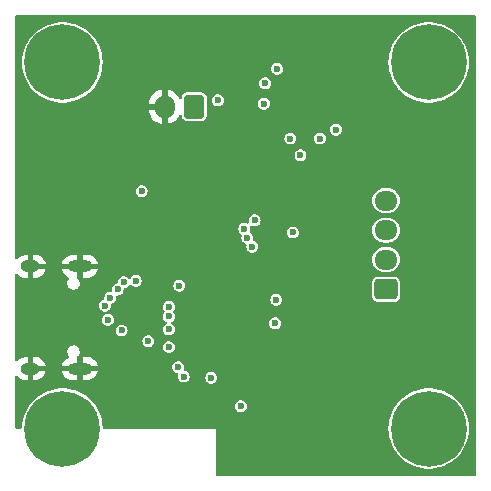
<source format=gbr>
%TF.GenerationSoftware,KiCad,Pcbnew,7.0.10*%
%TF.CreationDate,2024-02-04T10:39:00+08:00*%
%TF.ProjectId,42stepmotor,34327374-6570-46d6-9f74-6f722e6b6963,rev?*%
%TF.SameCoordinates,Original*%
%TF.FileFunction,Copper,L2,Inr*%
%TF.FilePolarity,Positive*%
%FSLAX46Y46*%
G04 Gerber Fmt 4.6, Leading zero omitted, Abs format (unit mm)*
G04 Created by KiCad (PCBNEW 7.0.10) date 2024-02-04 10:39:00*
%MOMM*%
%LPD*%
G01*
G04 APERTURE LIST*
G04 Aperture macros list*
%AMRoundRect*
0 Rectangle with rounded corners*
0 $1 Rounding radius*
0 $2 $3 $4 $5 $6 $7 $8 $9 X,Y pos of 4 corners*
0 Add a 4 corners polygon primitive as box body*
4,1,4,$2,$3,$4,$5,$6,$7,$8,$9,$2,$3,0*
0 Add four circle primitives for the rounded corners*
1,1,$1+$1,$2,$3*
1,1,$1+$1,$4,$5*
1,1,$1+$1,$6,$7*
1,1,$1+$1,$8,$9*
0 Add four rect primitives between the rounded corners*
20,1,$1+$1,$2,$3,$4,$5,0*
20,1,$1+$1,$4,$5,$6,$7,0*
20,1,$1+$1,$6,$7,$8,$9,0*
20,1,$1+$1,$8,$9,$2,$3,0*%
G04 Aperture macros list end*
%TA.AperFunction,ComponentPad*%
%ADD10RoundRect,0.250000X0.725000X-0.600000X0.725000X0.600000X-0.725000X0.600000X-0.725000X-0.600000X0*%
%TD*%
%TA.AperFunction,ComponentPad*%
%ADD11O,1.950000X1.700000*%
%TD*%
%TA.AperFunction,ComponentPad*%
%ADD12O,1.700000X2.000000*%
%TD*%
%TA.AperFunction,ComponentPad*%
%ADD13RoundRect,0.250000X0.600000X0.750000X-0.600000X0.750000X-0.600000X-0.750000X0.600000X-0.750000X0*%
%TD*%
%TA.AperFunction,ComponentPad*%
%ADD14O,2.100000X1.000000*%
%TD*%
%TA.AperFunction,ComponentPad*%
%ADD15O,1.600000X1.000000*%
%TD*%
%TA.AperFunction,ComponentPad*%
%ADD16C,0.800000*%
%TD*%
%TA.AperFunction,ComponentPad*%
%ADD17C,6.400000*%
%TD*%
%TA.AperFunction,ViaPad*%
%ADD18C,0.600000*%
%TD*%
G04 APERTURE END LIST*
D10*
%TO.N,OA1*%
%TO.C,E2*%
X127400000Y-108200000D03*
D11*
%TO.N,OA2*%
X127400000Y-105700000D03*
%TO.N,OB2*%
X127400000Y-103200000D03*
%TO.N,OB1*%
X127400000Y-100700000D03*
%TD*%
D12*
%TO.N,GND*%
%TO.C,J1*%
X108650000Y-92750000D03*
D13*
%TO.N,4.5V-30V*%
X111150000Y-92750000D03*
%TD*%
D14*
%TO.N,GND*%
%TO.C,J2*%
X101470000Y-106280000D03*
D15*
X97290000Y-106280000D03*
D14*
X101470000Y-114920000D03*
D15*
X97290000Y-114920000D03*
%TD*%
D16*
%TO.N,N/C*%
%TO.C,H3*%
X128600000Y-89000000D03*
X129302944Y-87302944D03*
X129302944Y-90697056D03*
X131000000Y-86600000D03*
D17*
X131000000Y-89000000D03*
D16*
X131000000Y-91400000D03*
X132697056Y-87302944D03*
X132697056Y-90697056D03*
X133400000Y-89000000D03*
%TD*%
%TO.N,N/C*%
%TO.C,H2*%
X97600000Y-120000000D03*
X98302944Y-118302944D03*
X98302944Y-121697056D03*
X100000000Y-117600000D03*
D17*
X100000000Y-120000000D03*
D16*
X100000000Y-122400000D03*
X101697056Y-118302944D03*
X101697056Y-121697056D03*
X102400000Y-120000000D03*
%TD*%
%TO.N,N/C*%
%TO.C,H4*%
X97600000Y-89000000D03*
X98302944Y-87302944D03*
X98302944Y-90697056D03*
X100000000Y-86600000D03*
D17*
X100000000Y-89000000D03*
D16*
X100000000Y-91400000D03*
X101697056Y-87302944D03*
X101697056Y-90697056D03*
X102400000Y-89000000D03*
%TD*%
%TO.N,N/C*%
%TO.C,H1*%
X128600000Y-120000000D03*
X129302944Y-118302944D03*
X129302944Y-121697056D03*
X131000000Y-117600000D03*
D17*
X131000000Y-120000000D03*
D16*
X131000000Y-122400000D03*
X132697056Y-118302944D03*
X132697056Y-121697056D03*
X133400000Y-120000000D03*
%TD*%
D18*
%TO.N,GND*%
X110040000Y-119020000D03*
X110060000Y-117120000D03*
%TO.N,TMC_RX*%
X113150000Y-92210000D03*
X118175000Y-89555000D03*
%TO.N,OB2*%
X123150760Y-94700000D03*
%TO.N,4.5V-30V*%
X121800000Y-95450000D03*
X119300000Y-95450000D03*
%TO.N,OA1*%
X120150379Y-96850379D03*
%TO.N,TMC_STEP*%
X117150000Y-90775000D03*
%TO.N,TMC_DIR*%
X117048510Y-92498510D03*
%TO.N,GND*%
X108079508Y-107940981D03*
X124250760Y-92625760D03*
%TO.N,3.3V*%
X116275000Y-102375000D03*
%TO.N,GND*%
X114500000Y-102300000D03*
%TO.N,SPI_MOSI*%
X115400000Y-103100000D03*
%TO.N,SPI_MISO*%
X115650000Y-103859291D03*
%TO.N,SPI_CLK*%
X116075000Y-104600000D03*
%TO.N,SPI_CS*%
X119500000Y-103400000D03*
%TO.N,GND*%
X105200000Y-114400000D03*
X112170000Y-117300000D03*
X103700000Y-113800000D03*
X116100000Y-117400000D03*
X98325000Y-97225000D03*
X112700000Y-111200000D03*
X115500000Y-111200000D03*
X97700000Y-93200000D03*
X97400000Y-103400000D03*
X114100000Y-111200000D03*
X115000000Y-122000000D03*
X101400000Y-93200000D03*
X111300000Y-111200000D03*
X106800000Y-109900000D03*
X106100000Y-109900000D03*
X104500000Y-105300000D03*
X112200000Y-118600000D03*
X105800000Y-97900000D03*
%TO.N,3.3V*%
X106700000Y-99900000D03*
X110259999Y-115600000D03*
X118000000Y-111100000D03*
X105000000Y-111700000D03*
X112600000Y-115700000D03*
X109000000Y-113100000D03*
X109900000Y-107900000D03*
X109000000Y-111600000D03*
X106200000Y-107500000D03*
X104043627Y-108934654D03*
%TO.N,D-*%
X103850000Y-110800000D03*
X103599422Y-109600000D03*
%TO.N,RX*%
X105180921Y-107612624D03*
X109000000Y-109699997D03*
%TO.N,TX*%
X109000000Y-110500000D03*
X104670971Y-108229029D03*
%TO.N,OP*%
X118100000Y-109100000D03*
X107275000Y-112600000D03*
%TO.N,EN*%
X109800000Y-114800000D03*
X115100000Y-118100000D03*
%TD*%
%TA.AperFunction,Conductor*%
%TO.N,GND*%
G36*
X134942539Y-85020185D02*
G01*
X134988294Y-85072989D01*
X134999500Y-85124500D01*
X134999500Y-123875500D01*
X134979815Y-123942539D01*
X134927011Y-123988294D01*
X134875500Y-123999500D01*
X113124000Y-123999500D01*
X113056961Y-123979815D01*
X113011206Y-123927011D01*
X113000000Y-123875500D01*
X113000000Y-120000000D01*
X127594506Y-120000000D01*
X127614469Y-120368196D01*
X127614470Y-120368213D01*
X127674122Y-120732068D01*
X127674128Y-120732094D01*
X127772768Y-121087365D01*
X127772770Y-121087371D01*
X127909255Y-121429926D01*
X127909261Y-121429938D01*
X128081973Y-121755708D01*
X128081976Y-121755713D01*
X128081978Y-121755716D01*
X128288910Y-122060917D01*
X128527627Y-122341956D01*
X128795330Y-122595538D01*
X129088881Y-122818690D01*
X129404838Y-123008795D01*
X129404840Y-123008796D01*
X129404842Y-123008797D01*
X129404846Y-123008799D01*
X129739486Y-123163620D01*
X129739497Y-123163625D01*
X130088934Y-123281364D01*
X130449052Y-123360632D01*
X130815630Y-123400500D01*
X130815636Y-123400500D01*
X131184364Y-123400500D01*
X131184370Y-123400500D01*
X131550948Y-123360632D01*
X131911066Y-123281364D01*
X132260503Y-123163625D01*
X132595162Y-123008795D01*
X132911119Y-122818690D01*
X133204670Y-122595538D01*
X133472373Y-122341956D01*
X133711090Y-122060917D01*
X133918022Y-121755716D01*
X134090743Y-121429930D01*
X134227227Y-121087379D01*
X134325875Y-120732081D01*
X134385531Y-120368199D01*
X134405494Y-120000000D01*
X134385531Y-119631801D01*
X134325875Y-119267919D01*
X134227227Y-118912621D01*
X134090743Y-118570070D01*
X133918022Y-118244284D01*
X133711090Y-117939083D01*
X133472373Y-117658044D01*
X133204670Y-117404462D01*
X132911119Y-117181310D01*
X132595162Y-116991205D01*
X132595161Y-116991204D01*
X132595157Y-116991202D01*
X132595153Y-116991200D01*
X132260513Y-116836379D01*
X132260508Y-116836377D01*
X132260503Y-116836375D01*
X132090172Y-116778983D01*
X131911065Y-116718635D01*
X131550946Y-116639367D01*
X131184371Y-116599500D01*
X131184370Y-116599500D01*
X130815630Y-116599500D01*
X130815628Y-116599500D01*
X130449053Y-116639367D01*
X130088934Y-116718635D01*
X129818812Y-116809650D01*
X129739497Y-116836375D01*
X129739494Y-116836376D01*
X129739486Y-116836379D01*
X129404846Y-116991200D01*
X129404842Y-116991202D01*
X129169538Y-117132779D01*
X129088881Y-117181310D01*
X128988410Y-117257685D01*
X128795330Y-117404461D01*
X128795330Y-117404462D01*
X128527626Y-117658044D01*
X128288909Y-117939083D01*
X128081979Y-118244282D01*
X128081973Y-118244291D01*
X127909261Y-118570061D01*
X127909255Y-118570073D01*
X127772770Y-118912628D01*
X127772768Y-118912634D01*
X127674128Y-119267905D01*
X127674122Y-119267931D01*
X127614470Y-119631786D01*
X127614469Y-119631803D01*
X127594506Y-119999997D01*
X127594506Y-120000000D01*
X113000000Y-120000000D01*
X103522953Y-120000000D01*
X103455914Y-119980315D01*
X103410159Y-119927511D01*
X103399135Y-119882713D01*
X103398410Y-119869360D01*
X103385531Y-119631801D01*
X103325875Y-119267919D01*
X103227227Y-118912621D01*
X103090743Y-118570070D01*
X102918022Y-118244284D01*
X102820195Y-118100000D01*
X114594353Y-118100000D01*
X114614834Y-118242456D01*
X114674622Y-118373371D01*
X114674623Y-118373373D01*
X114768872Y-118482143D01*
X114889947Y-118559953D01*
X114889950Y-118559954D01*
X114889949Y-118559954D01*
X115028036Y-118600499D01*
X115028038Y-118600500D01*
X115028039Y-118600500D01*
X115171962Y-118600500D01*
X115171962Y-118600499D01*
X115310053Y-118559953D01*
X115431128Y-118482143D01*
X115525377Y-118373373D01*
X115585165Y-118242457D01*
X115605647Y-118100000D01*
X115585165Y-117957543D01*
X115525377Y-117826627D01*
X115431128Y-117717857D01*
X115310053Y-117640047D01*
X115310051Y-117640046D01*
X115310049Y-117640045D01*
X115310050Y-117640045D01*
X115171963Y-117599500D01*
X115171961Y-117599500D01*
X115028039Y-117599500D01*
X115028036Y-117599500D01*
X114889949Y-117640045D01*
X114768873Y-117717856D01*
X114674623Y-117826626D01*
X114674622Y-117826628D01*
X114614834Y-117957543D01*
X114594353Y-118100000D01*
X102820195Y-118100000D01*
X102711090Y-117939083D01*
X102472373Y-117658044D01*
X102204670Y-117404462D01*
X101911119Y-117181310D01*
X101595162Y-116991205D01*
X101595161Y-116991204D01*
X101595157Y-116991202D01*
X101595153Y-116991200D01*
X101260513Y-116836379D01*
X101260508Y-116836377D01*
X101260503Y-116836375D01*
X101090172Y-116778983D01*
X100911065Y-116718635D01*
X100550946Y-116639367D01*
X100184371Y-116599500D01*
X100184370Y-116599500D01*
X99815630Y-116599500D01*
X99815628Y-116599500D01*
X99449053Y-116639367D01*
X99088934Y-116718635D01*
X98818812Y-116809650D01*
X98739497Y-116836375D01*
X98739494Y-116836376D01*
X98739486Y-116836379D01*
X98404846Y-116991200D01*
X98404842Y-116991202D01*
X98169538Y-117132779D01*
X98088881Y-117181310D01*
X97988410Y-117257685D01*
X97795330Y-117404461D01*
X97795330Y-117404462D01*
X97527626Y-117658044D01*
X97288909Y-117939083D01*
X97081979Y-118244282D01*
X97081973Y-118244291D01*
X96909261Y-118570061D01*
X96909255Y-118570073D01*
X96772770Y-118912628D01*
X96772768Y-118912634D01*
X96674128Y-119267905D01*
X96674122Y-119267931D01*
X96614470Y-119631786D01*
X96614469Y-119631803D01*
X96600865Y-119882713D01*
X96577580Y-119948589D01*
X96522376Y-119991418D01*
X96477047Y-120000000D01*
X96124500Y-120000000D01*
X96057461Y-119980315D01*
X96011706Y-119927511D01*
X96000500Y-119876000D01*
X96000500Y-115640923D01*
X96020185Y-115573884D01*
X96072989Y-115528129D01*
X96142147Y-115518185D01*
X96205703Y-115547210D01*
X96214374Y-115555491D01*
X96335264Y-115682668D01*
X96335266Y-115682669D01*
X96502195Y-115798856D01*
X96689092Y-115879059D01*
X96888310Y-115920000D01*
X97040000Y-115920000D01*
X97040000Y-115220000D01*
X97540000Y-115220000D01*
X97540000Y-115920000D01*
X97640713Y-115920000D01*
X97792338Y-115904581D01*
X97986381Y-115843700D01*
X97986391Y-115843695D01*
X98164215Y-115744994D01*
X98164216Y-115744994D01*
X98318530Y-115612521D01*
X98318531Y-115612520D01*
X98443018Y-115451695D01*
X98532588Y-115269093D01*
X98558246Y-115170000D01*
X99946634Y-115170000D01*
X99946931Y-115171946D01*
X99946933Y-115171952D01*
X100017562Y-115362657D01*
X100017565Y-115362664D01*
X100125149Y-115535267D01*
X100265264Y-115682668D01*
X100265266Y-115682669D01*
X100432195Y-115798856D01*
X100619092Y-115879059D01*
X100818310Y-115920000D01*
X101220000Y-115920000D01*
X101220000Y-115220000D01*
X101720000Y-115220000D01*
X101720000Y-115920000D01*
X102070713Y-115920000D01*
X102222338Y-115904581D01*
X102416381Y-115843700D01*
X102416391Y-115843695D01*
X102594215Y-115744994D01*
X102594216Y-115744994D01*
X102748530Y-115612521D01*
X102748531Y-115612520D01*
X102873018Y-115451695D01*
X102962588Y-115269093D01*
X102988246Y-115170000D01*
X102186111Y-115170000D01*
X102225610Y-115145543D01*
X102293201Y-115056038D01*
X102323895Y-114948160D01*
X102313546Y-114836479D01*
X102295382Y-114800000D01*
X109294353Y-114800000D01*
X109314834Y-114942456D01*
X109318720Y-114950964D01*
X109374623Y-115073373D01*
X109468872Y-115182143D01*
X109589947Y-115259953D01*
X109589950Y-115259954D01*
X109589948Y-115259954D01*
X109695232Y-115290867D01*
X109754010Y-115328640D01*
X109783036Y-115392196D01*
X109774967Y-115448341D01*
X109777332Y-115449036D01*
X109774833Y-115457542D01*
X109754352Y-115600000D01*
X109774833Y-115742456D01*
X109834621Y-115873371D01*
X109834622Y-115873373D01*
X109928871Y-115982143D01*
X110049946Y-116059953D01*
X110049949Y-116059954D01*
X110049948Y-116059954D01*
X110188035Y-116100499D01*
X110188037Y-116100500D01*
X110188038Y-116100500D01*
X110331961Y-116100500D01*
X110331961Y-116100499D01*
X110470052Y-116059953D01*
X110591127Y-115982143D01*
X110685376Y-115873373D01*
X110745164Y-115742457D01*
X110751268Y-115700000D01*
X112094353Y-115700000D01*
X112114834Y-115842456D01*
X112143206Y-115904581D01*
X112174623Y-115973373D01*
X112268872Y-116082143D01*
X112389947Y-116159953D01*
X112389950Y-116159954D01*
X112389949Y-116159954D01*
X112528036Y-116200499D01*
X112528038Y-116200500D01*
X112528039Y-116200500D01*
X112671962Y-116200500D01*
X112671962Y-116200499D01*
X112810053Y-116159953D01*
X112931128Y-116082143D01*
X113025377Y-115973373D01*
X113085165Y-115842457D01*
X113105647Y-115700000D01*
X113085165Y-115557543D01*
X113025377Y-115426627D01*
X112931128Y-115317857D01*
X112810053Y-115240047D01*
X112810051Y-115240046D01*
X112810049Y-115240045D01*
X112810050Y-115240045D01*
X112671963Y-115199500D01*
X112671961Y-115199500D01*
X112528039Y-115199500D01*
X112528036Y-115199500D01*
X112389949Y-115240045D01*
X112268873Y-115317856D01*
X112174623Y-115426626D01*
X112174622Y-115426628D01*
X112114834Y-115557543D01*
X112094353Y-115700000D01*
X110751268Y-115700000D01*
X110765646Y-115600000D01*
X110745164Y-115457543D01*
X110685376Y-115326627D01*
X110591127Y-115217857D01*
X110470052Y-115140047D01*
X110470050Y-115140046D01*
X110470048Y-115140045D01*
X110470049Y-115140045D01*
X110364766Y-115109132D01*
X110305987Y-115071358D01*
X110276962Y-115007803D01*
X110285033Y-114951659D01*
X110282667Y-114950964D01*
X110285165Y-114942457D01*
X110285165Y-114942456D01*
X110305647Y-114800000D01*
X110285165Y-114657543D01*
X110225377Y-114526627D01*
X110131128Y-114417857D01*
X110010053Y-114340047D01*
X110010051Y-114340046D01*
X110010049Y-114340045D01*
X110010050Y-114340045D01*
X109871963Y-114299500D01*
X109871961Y-114299500D01*
X109728039Y-114299500D01*
X109728036Y-114299500D01*
X109589949Y-114340045D01*
X109468873Y-114417856D01*
X109374623Y-114526626D01*
X109374622Y-114526628D01*
X109314834Y-114657543D01*
X109294353Y-114800000D01*
X102295382Y-114800000D01*
X102263552Y-114736078D01*
X102191069Y-114670000D01*
X102993366Y-114670000D01*
X102993068Y-114668053D01*
X102993066Y-114668047D01*
X102922437Y-114477342D01*
X102922434Y-114477335D01*
X102814850Y-114304732D01*
X102674735Y-114157331D01*
X102674733Y-114157330D01*
X102507804Y-114041143D01*
X102320907Y-113960940D01*
X102121690Y-113920000D01*
X101720000Y-113920000D01*
X101720000Y-114620000D01*
X101220000Y-114620000D01*
X101220000Y-113998617D01*
X101239685Y-113931578D01*
X101265741Y-113902432D01*
X101327665Y-113852054D01*
X101410971Y-113734037D01*
X101434570Y-113667634D01*
X101459345Y-113597925D01*
X101459345Y-113597923D01*
X101459346Y-113597921D01*
X101469204Y-113453801D01*
X101439814Y-113312366D01*
X101373354Y-113184105D01*
X101373351Y-113184102D01*
X101373350Y-113184100D01*
X101274754Y-113078530D01*
X101151330Y-113003475D01*
X101151329Y-113003474D01*
X101151328Y-113003474D01*
X101012228Y-112964500D01*
X100904051Y-112964500D01*
X100904050Y-112964500D01*
X100796889Y-112979229D01*
X100664389Y-113036781D01*
X100664389Y-113036782D01*
X100552338Y-113127943D01*
X100552333Y-113127948D01*
X100469028Y-113245963D01*
X100420654Y-113382074D01*
X100420654Y-113382077D01*
X100420654Y-113382079D01*
X100410796Y-113526199D01*
X100426236Y-113600500D01*
X100440186Y-113667634D01*
X100440187Y-113667636D01*
X100506645Y-113795893D01*
X100506649Y-113795899D01*
X100527353Y-113818067D01*
X100558725Y-113880497D01*
X100551365Y-113949978D01*
X100507609Y-114004450D01*
X100496908Y-114011122D01*
X100345792Y-114094999D01*
X100345783Y-114095005D01*
X100191469Y-114227478D01*
X100191468Y-114227479D01*
X100066981Y-114388304D01*
X99977411Y-114570906D01*
X99951754Y-114670000D01*
X100753889Y-114670000D01*
X100714390Y-114694457D01*
X100646799Y-114783962D01*
X100616105Y-114891840D01*
X100626454Y-115003521D01*
X100676448Y-115103922D01*
X100748931Y-115170000D01*
X99946634Y-115170000D01*
X98558246Y-115170000D01*
X97756111Y-115170000D01*
X97795610Y-115145543D01*
X97863201Y-115056038D01*
X97893895Y-114948160D01*
X97883546Y-114836479D01*
X97833552Y-114736078D01*
X97761069Y-114670000D01*
X98563366Y-114670000D01*
X98563068Y-114668053D01*
X98563066Y-114668047D01*
X98492437Y-114477342D01*
X98492434Y-114477335D01*
X98384850Y-114304732D01*
X98244735Y-114157331D01*
X98244733Y-114157330D01*
X98077804Y-114041143D01*
X97890907Y-113960940D01*
X97691690Y-113920000D01*
X97540000Y-113920000D01*
X97540000Y-114620000D01*
X97040000Y-114620000D01*
X97040000Y-113920000D01*
X96939287Y-113920000D01*
X96787661Y-113935418D01*
X96593618Y-113996299D01*
X96593608Y-113996304D01*
X96415784Y-114095005D01*
X96415783Y-114095005D01*
X96261471Y-114227477D01*
X96222556Y-114277751D01*
X96165954Y-114318715D01*
X96096191Y-114322574D01*
X96035416Y-114288105D01*
X96002924Y-114226249D01*
X96000500Y-114201849D01*
X96000500Y-112600000D01*
X106769353Y-112600000D01*
X106789834Y-112742456D01*
X106828275Y-112826628D01*
X106849623Y-112873373D01*
X106943872Y-112982143D01*
X107064947Y-113059953D01*
X107064950Y-113059954D01*
X107064949Y-113059954D01*
X107172107Y-113091417D01*
X107201336Y-113100000D01*
X107203036Y-113100499D01*
X107203038Y-113100500D01*
X107203039Y-113100500D01*
X107346962Y-113100500D01*
X107346962Y-113100499D01*
X107348661Y-113100000D01*
X108494353Y-113100000D01*
X108514834Y-113242456D01*
X108574622Y-113373371D01*
X108574623Y-113373373D01*
X108668872Y-113482143D01*
X108789947Y-113559953D01*
X108789950Y-113559954D01*
X108789949Y-113559954D01*
X108897107Y-113591417D01*
X108919269Y-113597925D01*
X108928036Y-113600499D01*
X108928038Y-113600500D01*
X108928039Y-113600500D01*
X109071962Y-113600500D01*
X109071962Y-113600499D01*
X109210053Y-113559953D01*
X109331128Y-113482143D01*
X109425377Y-113373373D01*
X109485165Y-113242457D01*
X109505647Y-113100000D01*
X109485165Y-112957543D01*
X109425377Y-112826627D01*
X109331128Y-112717857D01*
X109210053Y-112640047D01*
X109210051Y-112640046D01*
X109210049Y-112640045D01*
X109210050Y-112640045D01*
X109071963Y-112599500D01*
X109071961Y-112599500D01*
X108928039Y-112599500D01*
X108928036Y-112599500D01*
X108789949Y-112640045D01*
X108668873Y-112717856D01*
X108574623Y-112826626D01*
X108574622Y-112826628D01*
X108514834Y-112957543D01*
X108494353Y-113100000D01*
X107348661Y-113100000D01*
X107485053Y-113059953D01*
X107606128Y-112982143D01*
X107700377Y-112873373D01*
X107760165Y-112742457D01*
X107780647Y-112600000D01*
X107760165Y-112457543D01*
X107700377Y-112326627D01*
X107606128Y-112217857D01*
X107485053Y-112140047D01*
X107485051Y-112140046D01*
X107485049Y-112140045D01*
X107485050Y-112140045D01*
X107346963Y-112099500D01*
X107346961Y-112099500D01*
X107203039Y-112099500D01*
X107203036Y-112099500D01*
X107064949Y-112140045D01*
X106943873Y-112217856D01*
X106849623Y-112326626D01*
X106849622Y-112326628D01*
X106789834Y-112457543D01*
X106769353Y-112600000D01*
X96000500Y-112600000D01*
X96000500Y-111700000D01*
X104494353Y-111700000D01*
X104514834Y-111842456D01*
X104528953Y-111873371D01*
X104574623Y-111973373D01*
X104668872Y-112082143D01*
X104789947Y-112159953D01*
X104789950Y-112159954D01*
X104789949Y-112159954D01*
X104928036Y-112200499D01*
X104928038Y-112200500D01*
X104928039Y-112200500D01*
X105071962Y-112200500D01*
X105071962Y-112200499D01*
X105210053Y-112159953D01*
X105331128Y-112082143D01*
X105425377Y-111973373D01*
X105485165Y-111842457D01*
X105505647Y-111700000D01*
X105491269Y-111600000D01*
X108494353Y-111600000D01*
X108514834Y-111742456D01*
X108560504Y-111842457D01*
X108574623Y-111873373D01*
X108668872Y-111982143D01*
X108789947Y-112059953D01*
X108789950Y-112059954D01*
X108789949Y-112059954D01*
X108865520Y-112082143D01*
X108924633Y-112099500D01*
X108928036Y-112100499D01*
X108928038Y-112100500D01*
X108928039Y-112100500D01*
X109071962Y-112100500D01*
X109071962Y-112100499D01*
X109210053Y-112059953D01*
X109331128Y-111982143D01*
X109425377Y-111873373D01*
X109485165Y-111742457D01*
X109505647Y-111600000D01*
X109485165Y-111457543D01*
X109425377Y-111326627D01*
X109331128Y-111217857D01*
X109232253Y-111154314D01*
X109186500Y-111101512D01*
X109186283Y-111100000D01*
X117494353Y-111100000D01*
X117514834Y-111242456D01*
X117553275Y-111326628D01*
X117574623Y-111373373D01*
X117668872Y-111482143D01*
X117789947Y-111559953D01*
X117789950Y-111559954D01*
X117789949Y-111559954D01*
X117897107Y-111591417D01*
X117926336Y-111600000D01*
X117928036Y-111600499D01*
X117928038Y-111600500D01*
X117928039Y-111600500D01*
X118071962Y-111600500D01*
X118071962Y-111600499D01*
X118210053Y-111559953D01*
X118331128Y-111482143D01*
X118425377Y-111373373D01*
X118485165Y-111242457D01*
X118505647Y-111100000D01*
X118485165Y-110957543D01*
X118425377Y-110826627D01*
X118331128Y-110717857D01*
X118210053Y-110640047D01*
X118210051Y-110640046D01*
X118210049Y-110640045D01*
X118210050Y-110640045D01*
X118071963Y-110599500D01*
X118071961Y-110599500D01*
X117928039Y-110599500D01*
X117928036Y-110599500D01*
X117789949Y-110640045D01*
X117668873Y-110717856D01*
X117574623Y-110826626D01*
X117574622Y-110826628D01*
X117514834Y-110957543D01*
X117494353Y-111100000D01*
X109186283Y-111100000D01*
X109176556Y-111032354D01*
X109205581Y-110968798D01*
X109232254Y-110945685D01*
X109331128Y-110882143D01*
X109425377Y-110773373D01*
X109485165Y-110642457D01*
X109505647Y-110500000D01*
X109485165Y-110357543D01*
X109425377Y-110226627D01*
X109386014Y-110181199D01*
X109356990Y-110117645D01*
X109366934Y-110048486D01*
X109386012Y-110018799D01*
X109425377Y-109973370D01*
X109485165Y-109842454D01*
X109505647Y-109699997D01*
X109485165Y-109557540D01*
X109425377Y-109426624D01*
X109331128Y-109317854D01*
X109210053Y-109240044D01*
X109210051Y-109240043D01*
X109210049Y-109240042D01*
X109210050Y-109240042D01*
X109071963Y-109199497D01*
X109071961Y-109199497D01*
X108928039Y-109199497D01*
X108928036Y-109199497D01*
X108789949Y-109240042D01*
X108668873Y-109317853D01*
X108574623Y-109426623D01*
X108574622Y-109426625D01*
X108514834Y-109557540D01*
X108494353Y-109699997D01*
X108514834Y-109842453D01*
X108574622Y-109973368D01*
X108574623Y-109973370D01*
X108613984Y-110018795D01*
X108643009Y-110082351D01*
X108633065Y-110151510D01*
X108613985Y-110181200D01*
X108574623Y-110226627D01*
X108574622Y-110226628D01*
X108514834Y-110357543D01*
X108494353Y-110500000D01*
X108514834Y-110642456D01*
X108549269Y-110717856D01*
X108574623Y-110773373D01*
X108668872Y-110882143D01*
X108668874Y-110882144D01*
X108668876Y-110882146D01*
X108767744Y-110945685D01*
X108813499Y-110998488D01*
X108823443Y-111067647D01*
X108794418Y-111131203D01*
X108767744Y-111154315D01*
X108668876Y-111217853D01*
X108668874Y-111217855D01*
X108574623Y-111326626D01*
X108574622Y-111326628D01*
X108514834Y-111457543D01*
X108494353Y-111600000D01*
X105491269Y-111600000D01*
X105485165Y-111557543D01*
X105425377Y-111426627D01*
X105331128Y-111317857D01*
X105210053Y-111240047D01*
X105210051Y-111240046D01*
X105210049Y-111240045D01*
X105210050Y-111240045D01*
X105071963Y-111199500D01*
X105071961Y-111199500D01*
X104928039Y-111199500D01*
X104928036Y-111199500D01*
X104789949Y-111240045D01*
X104668873Y-111317856D01*
X104574623Y-111426626D01*
X104574622Y-111426628D01*
X104514834Y-111557543D01*
X104494353Y-111700000D01*
X96000500Y-111700000D01*
X96000500Y-109600000D01*
X103093775Y-109600000D01*
X103114256Y-109742456D01*
X103174044Y-109873371D01*
X103174045Y-109873373D01*
X103268294Y-109982143D01*
X103389369Y-110059953D01*
X103389372Y-110059954D01*
X103389371Y-110059954D01*
X103465650Y-110082351D01*
X103525751Y-110099998D01*
X103527458Y-110100499D01*
X103527460Y-110100500D01*
X103594462Y-110100500D01*
X103661501Y-110120185D01*
X103707256Y-110172989D01*
X103717200Y-110242147D01*
X103688175Y-110305703D01*
X103645977Y-110337293D01*
X103639948Y-110340046D01*
X103518873Y-110417856D01*
X103424623Y-110526626D01*
X103424622Y-110526628D01*
X103364834Y-110657543D01*
X103344353Y-110800000D01*
X103364834Y-110942456D01*
X103405890Y-111032354D01*
X103424623Y-111073373D01*
X103518872Y-111182143D01*
X103639947Y-111259953D01*
X103639950Y-111259954D01*
X103639949Y-111259954D01*
X103778036Y-111300499D01*
X103778038Y-111300500D01*
X103778039Y-111300500D01*
X103921962Y-111300500D01*
X103921962Y-111300499D01*
X104060053Y-111259953D01*
X104181128Y-111182143D01*
X104275377Y-111073373D01*
X104335165Y-110942457D01*
X104355647Y-110800000D01*
X104335165Y-110657543D01*
X104275377Y-110526627D01*
X104181128Y-110417857D01*
X104060053Y-110340047D01*
X104060051Y-110340046D01*
X104060049Y-110340045D01*
X104060050Y-110340045D01*
X103921963Y-110299500D01*
X103921961Y-110299500D01*
X103854960Y-110299500D01*
X103787921Y-110279815D01*
X103742166Y-110227011D01*
X103732222Y-110157853D01*
X103761247Y-110094297D01*
X103803445Y-110062707D01*
X103809469Y-110059954D01*
X103809475Y-110059953D01*
X103930550Y-109982143D01*
X104024799Y-109873373D01*
X104084587Y-109742457D01*
X104105069Y-109600000D01*
X104098045Y-109551147D01*
X104107989Y-109481990D01*
X104153743Y-109429186D01*
X104185849Y-109414524D01*
X104253677Y-109394608D01*
X104253677Y-109394607D01*
X104253680Y-109394607D01*
X104374755Y-109316797D01*
X104469004Y-109208027D01*
X104518339Y-109100000D01*
X117594353Y-109100000D01*
X117614834Y-109242456D01*
X117653275Y-109326628D01*
X117674623Y-109373373D01*
X117768872Y-109482143D01*
X117889947Y-109559953D01*
X117889950Y-109559954D01*
X117889949Y-109559954D01*
X117997107Y-109591417D01*
X118026336Y-109600000D01*
X118028036Y-109600499D01*
X118028038Y-109600500D01*
X118028039Y-109600500D01*
X118171962Y-109600500D01*
X118171962Y-109600499D01*
X118310053Y-109559953D01*
X118431128Y-109482143D01*
X118525377Y-109373373D01*
X118585165Y-109242457D01*
X118605647Y-109100000D01*
X118585165Y-108957543D01*
X118538001Y-108854269D01*
X126224500Y-108854269D01*
X126227353Y-108884699D01*
X126227353Y-108884701D01*
X126261928Y-108983507D01*
X126272207Y-109012882D01*
X126352850Y-109122150D01*
X126462118Y-109202793D01*
X126504845Y-109217744D01*
X126590299Y-109247646D01*
X126620730Y-109250500D01*
X126620734Y-109250500D01*
X128179270Y-109250500D01*
X128209699Y-109247646D01*
X128209701Y-109247646D01*
X128294834Y-109217856D01*
X128337882Y-109202793D01*
X128447150Y-109122150D01*
X128527793Y-109012882D01*
X128550219Y-108948790D01*
X128572646Y-108884701D01*
X128572646Y-108884699D01*
X128575500Y-108854269D01*
X128575500Y-107545730D01*
X128572646Y-107515300D01*
X128572646Y-107515298D01*
X128533735Y-107404100D01*
X128527793Y-107387118D01*
X128447150Y-107277850D01*
X128337882Y-107197207D01*
X128337880Y-107197206D01*
X128209700Y-107152353D01*
X128179270Y-107149500D01*
X128179266Y-107149500D01*
X126620734Y-107149500D01*
X126620730Y-107149500D01*
X126590300Y-107152353D01*
X126590298Y-107152353D01*
X126462119Y-107197206D01*
X126462117Y-107197207D01*
X126352850Y-107277850D01*
X126272207Y-107387117D01*
X126272206Y-107387119D01*
X126227353Y-107515298D01*
X126227353Y-107515300D01*
X126224500Y-107545730D01*
X126224500Y-108854269D01*
X118538001Y-108854269D01*
X118525377Y-108826627D01*
X118431128Y-108717857D01*
X118310053Y-108640047D01*
X118310051Y-108640046D01*
X118310049Y-108640045D01*
X118310050Y-108640045D01*
X118171963Y-108599500D01*
X118171961Y-108599500D01*
X118028039Y-108599500D01*
X118028036Y-108599500D01*
X117889949Y-108640045D01*
X117768873Y-108717856D01*
X117674623Y-108826626D01*
X117674622Y-108826628D01*
X117614834Y-108957543D01*
X117594353Y-109100000D01*
X104518339Y-109100000D01*
X104528792Y-109077111D01*
X104549274Y-108934654D01*
X104540147Y-108871174D01*
X104550091Y-108802018D01*
X104595845Y-108749214D01*
X104662885Y-108729529D01*
X104742933Y-108729529D01*
X104742933Y-108729528D01*
X104881024Y-108688982D01*
X105002099Y-108611172D01*
X105096348Y-108502402D01*
X105156136Y-108371486D01*
X105176618Y-108229029D01*
X105176618Y-108229028D01*
X105176618Y-108228342D01*
X105176811Y-108227683D01*
X105177880Y-108220251D01*
X105178948Y-108220404D01*
X105196303Y-108161303D01*
X105249107Y-108115548D01*
X105265684Y-108109365D01*
X105390971Y-108072578D01*
X105390971Y-108072577D01*
X105390974Y-108072577D01*
X105512049Y-107994767D01*
X105606298Y-107885997D01*
X105617922Y-107860543D01*
X105663675Y-107807740D01*
X105730714Y-107788055D01*
X105797754Y-107807739D01*
X105824426Y-107830850D01*
X105868872Y-107882143D01*
X105989947Y-107959953D01*
X105989950Y-107959954D01*
X105989949Y-107959954D01*
X106128036Y-108000499D01*
X106128038Y-108000500D01*
X106128039Y-108000500D01*
X106271962Y-108000500D01*
X106271962Y-108000499D01*
X106410053Y-107959953D01*
X106503342Y-107900000D01*
X109394353Y-107900000D01*
X109414834Y-108042456D01*
X109445391Y-108109365D01*
X109474623Y-108173373D01*
X109568872Y-108282143D01*
X109689947Y-108359953D01*
X109689950Y-108359954D01*
X109689949Y-108359954D01*
X109828036Y-108400499D01*
X109828038Y-108400500D01*
X109828039Y-108400500D01*
X109971962Y-108400500D01*
X109971962Y-108400499D01*
X110079121Y-108369035D01*
X110110050Y-108359954D01*
X110110050Y-108359953D01*
X110110053Y-108359953D01*
X110231128Y-108282143D01*
X110325377Y-108173373D01*
X110385165Y-108042457D01*
X110405647Y-107900000D01*
X110385165Y-107757543D01*
X110325377Y-107626627D01*
X110231128Y-107517857D01*
X110110053Y-107440047D01*
X110110051Y-107440046D01*
X110110049Y-107440045D01*
X110110050Y-107440045D01*
X109971963Y-107399500D01*
X109971961Y-107399500D01*
X109828039Y-107399500D01*
X109828036Y-107399500D01*
X109689949Y-107440045D01*
X109568873Y-107517856D01*
X109474623Y-107626626D01*
X109474622Y-107626628D01*
X109414834Y-107757543D01*
X109394353Y-107900000D01*
X106503342Y-107900000D01*
X106531128Y-107882143D01*
X106625377Y-107773373D01*
X106685165Y-107642457D01*
X106705647Y-107500000D01*
X106685165Y-107357543D01*
X106625377Y-107226627D01*
X106531128Y-107117857D01*
X106410053Y-107040047D01*
X106410051Y-107040046D01*
X106410049Y-107040045D01*
X106410050Y-107040045D01*
X106271963Y-106999500D01*
X106271961Y-106999500D01*
X106128039Y-106999500D01*
X106128036Y-106999500D01*
X105989949Y-107040045D01*
X105868873Y-107117856D01*
X105774623Y-107226626D01*
X105774621Y-107226630D01*
X105762997Y-107252082D01*
X105717241Y-107304885D01*
X105650201Y-107324568D01*
X105583162Y-107304882D01*
X105556491Y-107281770D01*
X105512050Y-107230482D01*
X105512049Y-107230481D01*
X105390974Y-107152671D01*
X105390972Y-107152670D01*
X105390970Y-107152669D01*
X105390971Y-107152669D01*
X105252884Y-107112124D01*
X105252882Y-107112124D01*
X105108960Y-107112124D01*
X105108957Y-107112124D01*
X104970870Y-107152669D01*
X104849794Y-107230480D01*
X104755544Y-107339250D01*
X104755543Y-107339252D01*
X104695755Y-107470167D01*
X104675274Y-107612624D01*
X104675274Y-107613310D01*
X104675080Y-107613967D01*
X104674012Y-107621402D01*
X104672943Y-107621248D01*
X104655589Y-107680349D01*
X104602785Y-107726104D01*
X104586209Y-107732287D01*
X104460919Y-107769074D01*
X104339844Y-107846885D01*
X104245594Y-107955655D01*
X104245593Y-107955657D01*
X104185805Y-108086572D01*
X104165423Y-108228342D01*
X104165324Y-108229029D01*
X104166254Y-108235500D01*
X104174451Y-108292507D01*
X104164507Y-108361665D01*
X104118753Y-108414469D01*
X104051713Y-108434154D01*
X103971663Y-108434154D01*
X103833576Y-108474699D01*
X103712500Y-108552510D01*
X103618250Y-108661280D01*
X103618249Y-108661282D01*
X103558461Y-108792197D01*
X103537980Y-108934654D01*
X103537980Y-108934656D01*
X103545003Y-108983507D01*
X103535059Y-109052665D01*
X103489303Y-109105468D01*
X103457201Y-109120129D01*
X103389370Y-109140046D01*
X103268295Y-109217856D01*
X103174045Y-109326626D01*
X103174044Y-109326628D01*
X103114256Y-109457543D01*
X103093775Y-109600000D01*
X96000500Y-109600000D01*
X96000500Y-107000923D01*
X96020185Y-106933884D01*
X96072989Y-106888129D01*
X96142147Y-106878185D01*
X96205703Y-106907210D01*
X96214374Y-106915491D01*
X96335264Y-107042668D01*
X96335266Y-107042669D01*
X96502195Y-107158856D01*
X96689092Y-107239059D01*
X96888310Y-107280000D01*
X97040000Y-107280000D01*
X97040000Y-106580000D01*
X97540000Y-106580000D01*
X97540000Y-107280000D01*
X97640713Y-107280000D01*
X97792338Y-107264581D01*
X97986381Y-107203700D01*
X97986391Y-107203695D01*
X98164215Y-107104994D01*
X98164216Y-107104994D01*
X98318530Y-106972521D01*
X98318531Y-106972520D01*
X98443018Y-106811695D01*
X98532588Y-106629093D01*
X98558246Y-106530000D01*
X99946634Y-106530000D01*
X99946931Y-106531946D01*
X99946933Y-106531952D01*
X100017562Y-106722657D01*
X100017565Y-106722664D01*
X100125149Y-106895267D01*
X100265264Y-107042668D01*
X100265266Y-107042669D01*
X100432196Y-107158857D01*
X100486148Y-107182009D01*
X100539992Y-107226535D01*
X100561216Y-107293103D01*
X100543081Y-107360579D01*
X100538553Y-107367468D01*
X100469029Y-107465960D01*
X100469029Y-107465961D01*
X100420654Y-107602074D01*
X100420654Y-107602077D01*
X100411748Y-107732287D01*
X100410796Y-107746199D01*
X100431719Y-107846886D01*
X100440186Y-107887634D01*
X100440187Y-107887636D01*
X100506645Y-108015893D01*
X100506649Y-108015899D01*
X100593941Y-108109365D01*
X100605245Y-108121469D01*
X100728672Y-108196526D01*
X100867772Y-108235500D01*
X100867773Y-108235500D01*
X100975950Y-108235500D01*
X100987502Y-108233911D01*
X101083111Y-108220771D01*
X101215609Y-108163219D01*
X101327665Y-108072054D01*
X101410971Y-107954037D01*
X101449052Y-107846886D01*
X101459345Y-107817925D01*
X101459345Y-107817923D01*
X101459346Y-107817921D01*
X101469204Y-107673801D01*
X101439814Y-107532366D01*
X101373354Y-107404105D01*
X101373351Y-107404102D01*
X101373350Y-107404100D01*
X101274754Y-107298530D01*
X101268174Y-107293177D01*
X101269990Y-107290944D01*
X101232515Y-107249799D01*
X101220000Y-107195512D01*
X101220000Y-106580000D01*
X101720000Y-106580000D01*
X101720000Y-107280000D01*
X102070713Y-107280000D01*
X102222338Y-107264581D01*
X102416381Y-107203700D01*
X102416391Y-107203695D01*
X102594215Y-107104994D01*
X102594216Y-107104994D01*
X102748530Y-106972521D01*
X102748531Y-106972520D01*
X102873018Y-106811695D01*
X102962588Y-106629093D01*
X102988246Y-106530000D01*
X102186111Y-106530000D01*
X102225610Y-106505543D01*
X102293201Y-106416038D01*
X102323895Y-106308160D01*
X102313546Y-106196479D01*
X102263552Y-106096078D01*
X102191069Y-106030000D01*
X102993366Y-106030000D01*
X102993068Y-106028053D01*
X102993066Y-106028047D01*
X102922437Y-105837342D01*
X102922434Y-105837335D01*
X102836833Y-105700000D01*
X126219417Y-105700000D01*
X126239699Y-105905932D01*
X126269734Y-106004944D01*
X126299768Y-106103954D01*
X126397315Y-106286450D01*
X126397317Y-106286452D01*
X126528589Y-106446410D01*
X126600644Y-106505543D01*
X126688550Y-106577685D01*
X126871046Y-106675232D01*
X127069066Y-106735300D01*
X127069065Y-106735300D01*
X127107647Y-106739100D01*
X127223392Y-106750500D01*
X127223395Y-106750500D01*
X127576605Y-106750500D01*
X127576608Y-106750500D01*
X127730934Y-106735300D01*
X127928954Y-106675232D01*
X128111450Y-106577685D01*
X128271410Y-106446410D01*
X128402685Y-106286450D01*
X128500232Y-106103954D01*
X128560300Y-105905934D01*
X128580583Y-105700000D01*
X128560300Y-105494066D01*
X128500232Y-105296046D01*
X128402685Y-105113550D01*
X128294843Y-104982143D01*
X128271410Y-104953589D01*
X128111452Y-104822317D01*
X128111453Y-104822317D01*
X128111450Y-104822315D01*
X127928954Y-104724768D01*
X127730934Y-104664700D01*
X127730932Y-104664699D01*
X127730934Y-104664699D01*
X127611805Y-104652966D01*
X127576608Y-104649500D01*
X127223392Y-104649500D01*
X127185298Y-104653251D01*
X127069067Y-104664699D01*
X126871043Y-104724769D01*
X126837954Y-104742456D01*
X126688550Y-104822315D01*
X126688548Y-104822316D01*
X126688547Y-104822317D01*
X126528589Y-104953589D01*
X126397317Y-105113547D01*
X126299769Y-105296043D01*
X126239699Y-105494067D01*
X126219417Y-105700000D01*
X102836833Y-105700000D01*
X102814850Y-105664732D01*
X102674735Y-105517331D01*
X102674733Y-105517330D01*
X102507804Y-105401143D01*
X102320907Y-105320940D01*
X102121690Y-105280000D01*
X101720000Y-105280000D01*
X101720000Y-105980000D01*
X101220000Y-105980000D01*
X101220000Y-105280000D01*
X100869287Y-105280000D01*
X100717661Y-105295418D01*
X100523618Y-105356299D01*
X100523608Y-105356304D01*
X100345784Y-105455005D01*
X100345783Y-105455005D01*
X100191469Y-105587478D01*
X100191468Y-105587479D01*
X100066981Y-105748304D01*
X99977411Y-105930906D01*
X99951754Y-106030000D01*
X100753889Y-106030000D01*
X100714390Y-106054457D01*
X100646799Y-106143962D01*
X100616105Y-106251840D01*
X100626454Y-106363521D01*
X100676448Y-106463922D01*
X100748931Y-106530000D01*
X99946634Y-106530000D01*
X98558246Y-106530000D01*
X97756111Y-106530000D01*
X97795610Y-106505543D01*
X97863201Y-106416038D01*
X97893895Y-106308160D01*
X97883546Y-106196479D01*
X97833552Y-106096078D01*
X97761069Y-106030000D01*
X98563366Y-106030000D01*
X98563068Y-106028053D01*
X98563066Y-106028047D01*
X98492437Y-105837342D01*
X98492434Y-105837335D01*
X98384850Y-105664732D01*
X98244735Y-105517331D01*
X98244733Y-105517330D01*
X98077804Y-105401143D01*
X97890907Y-105320940D01*
X97691690Y-105280000D01*
X97540000Y-105280000D01*
X97540000Y-105980000D01*
X97040000Y-105980000D01*
X97040000Y-105280000D01*
X96939287Y-105280000D01*
X96787661Y-105295418D01*
X96593618Y-105356299D01*
X96593608Y-105356304D01*
X96415784Y-105455005D01*
X96415783Y-105455005D01*
X96261471Y-105587477D01*
X96222556Y-105637751D01*
X96165954Y-105678715D01*
X96096191Y-105682574D01*
X96035416Y-105648105D01*
X96002924Y-105586249D01*
X96000500Y-105561849D01*
X96000500Y-103100000D01*
X114894353Y-103100000D01*
X114914834Y-103242456D01*
X114946753Y-103312347D01*
X114974623Y-103373373D01*
X115068872Y-103482143D01*
X115068874Y-103482144D01*
X115068876Y-103482146D01*
X115135531Y-103524983D01*
X115181286Y-103577787D01*
X115191230Y-103646945D01*
X115181287Y-103680808D01*
X115164834Y-103716834D01*
X115144353Y-103859291D01*
X115164834Y-104001747D01*
X115202724Y-104084713D01*
X115224623Y-104132664D01*
X115318872Y-104241434D01*
X115439947Y-104319244D01*
X115439950Y-104319245D01*
X115439948Y-104319245D01*
X115499747Y-104336803D01*
X115558525Y-104374576D01*
X115587551Y-104438132D01*
X115587551Y-104473427D01*
X115569353Y-104599999D01*
X115589834Y-104742456D01*
X115626305Y-104822315D01*
X115649623Y-104873373D01*
X115743872Y-104982143D01*
X115864947Y-105059953D01*
X115864950Y-105059954D01*
X115864949Y-105059954D01*
X116003036Y-105100499D01*
X116003038Y-105100500D01*
X116003039Y-105100500D01*
X116146962Y-105100500D01*
X116146962Y-105100499D01*
X116285053Y-105059953D01*
X116406128Y-104982143D01*
X116500377Y-104873373D01*
X116560165Y-104742457D01*
X116580647Y-104600000D01*
X116560165Y-104457543D01*
X116500377Y-104326627D01*
X116406128Y-104217857D01*
X116285053Y-104140047D01*
X116285050Y-104140045D01*
X116225251Y-104122487D01*
X116166473Y-104084713D01*
X116137448Y-104021157D01*
X116137448Y-103985869D01*
X116155647Y-103859291D01*
X116135165Y-103716834D01*
X116075377Y-103585918D01*
X115981128Y-103477148D01*
X115914466Y-103434307D01*
X115884739Y-103400000D01*
X118994353Y-103400000D01*
X119014834Y-103542456D01*
X119074622Y-103673371D01*
X119074623Y-103673373D01*
X119168872Y-103782143D01*
X119289947Y-103859953D01*
X119289950Y-103859954D01*
X119289949Y-103859954D01*
X119428036Y-103900499D01*
X119428038Y-103900500D01*
X119428039Y-103900500D01*
X119571962Y-103900500D01*
X119571962Y-103900499D01*
X119710053Y-103859953D01*
X119831128Y-103782143D01*
X119925377Y-103673373D01*
X119985165Y-103542457D01*
X120005647Y-103400000D01*
X119985165Y-103257543D01*
X119958886Y-103200000D01*
X126219417Y-103200000D01*
X126239699Y-103405932D01*
X126239700Y-103405934D01*
X126299768Y-103603954D01*
X126397315Y-103786450D01*
X126397317Y-103786452D01*
X126528589Y-103946410D01*
X126596020Y-104001748D01*
X126688550Y-104077685D01*
X126871046Y-104175232D01*
X127069066Y-104235300D01*
X127069065Y-104235300D01*
X127107647Y-104239100D01*
X127223392Y-104250500D01*
X127223395Y-104250500D01*
X127576605Y-104250500D01*
X127576608Y-104250500D01*
X127730934Y-104235300D01*
X127928954Y-104175232D01*
X128111450Y-104077685D01*
X128271410Y-103946410D01*
X128402685Y-103786450D01*
X128500232Y-103603954D01*
X128560300Y-103405934D01*
X128580583Y-103200000D01*
X128560300Y-102994066D01*
X128500232Y-102796046D01*
X128402685Y-102613550D01*
X128319147Y-102511758D01*
X128271410Y-102453589D01*
X128111452Y-102322317D01*
X128111453Y-102322317D01*
X128111450Y-102322315D01*
X127928954Y-102224768D01*
X127730934Y-102164700D01*
X127730932Y-102164699D01*
X127730934Y-102164699D01*
X127611805Y-102152966D01*
X127576608Y-102149500D01*
X127223392Y-102149500D01*
X127185298Y-102153251D01*
X127069067Y-102164699D01*
X126871043Y-102224769D01*
X126760898Y-102283643D01*
X126688550Y-102322315D01*
X126688548Y-102322316D01*
X126688547Y-102322317D01*
X126528589Y-102453589D01*
X126408845Y-102599500D01*
X126397315Y-102613550D01*
X126358643Y-102685898D01*
X126299769Y-102796043D01*
X126239699Y-102994067D01*
X126219417Y-103200000D01*
X119958886Y-103200000D01*
X119925377Y-103126627D01*
X119831128Y-103017857D01*
X119710053Y-102940047D01*
X119710051Y-102940046D01*
X119710049Y-102940045D01*
X119710050Y-102940045D01*
X119571963Y-102899500D01*
X119571961Y-102899500D01*
X119428039Y-102899500D01*
X119428036Y-102899500D01*
X119289949Y-102940045D01*
X119168873Y-103017856D01*
X119074623Y-103126626D01*
X119074622Y-103126628D01*
X119014834Y-103257543D01*
X118994353Y-103400000D01*
X115884739Y-103400000D01*
X115868713Y-103381505D01*
X115858769Y-103312347D01*
X115868713Y-103278481D01*
X115885165Y-103242456D01*
X115891269Y-103200000D01*
X115905647Y-103100000D01*
X115885984Y-102963240D01*
X115895928Y-102894084D01*
X115941682Y-102841280D01*
X116008722Y-102821595D01*
X116060234Y-102832801D01*
X116064949Y-102834954D01*
X116203036Y-102875499D01*
X116203038Y-102875500D01*
X116203039Y-102875500D01*
X116346962Y-102875500D01*
X116346962Y-102875499D01*
X116485053Y-102834953D01*
X116606128Y-102757143D01*
X116700377Y-102648373D01*
X116760165Y-102517457D01*
X116780647Y-102375000D01*
X116760165Y-102232543D01*
X116700377Y-102101627D01*
X116606128Y-101992857D01*
X116485053Y-101915047D01*
X116485051Y-101915046D01*
X116485049Y-101915045D01*
X116485050Y-101915045D01*
X116346963Y-101874500D01*
X116346961Y-101874500D01*
X116203039Y-101874500D01*
X116203036Y-101874500D01*
X116064949Y-101915045D01*
X115943873Y-101992856D01*
X115849623Y-102101626D01*
X115849622Y-102101628D01*
X115789834Y-102232543D01*
X115769353Y-102375000D01*
X115789015Y-102511758D01*
X115779071Y-102580916D01*
X115733316Y-102633720D01*
X115666276Y-102653404D01*
X115614769Y-102642200D01*
X115610052Y-102640045D01*
X115471963Y-102599500D01*
X115471961Y-102599500D01*
X115328039Y-102599500D01*
X115328036Y-102599500D01*
X115189949Y-102640045D01*
X115068873Y-102717856D01*
X114974623Y-102826626D01*
X114974622Y-102826628D01*
X114914834Y-102957543D01*
X114894353Y-103100000D01*
X96000500Y-103100000D01*
X96000500Y-100700000D01*
X126219417Y-100700000D01*
X126239699Y-100905932D01*
X126239700Y-100905934D01*
X126299768Y-101103954D01*
X126397315Y-101286450D01*
X126397317Y-101286452D01*
X126528589Y-101446410D01*
X126625209Y-101525702D01*
X126688550Y-101577685D01*
X126871046Y-101675232D01*
X127069066Y-101735300D01*
X127069065Y-101735300D01*
X127107647Y-101739100D01*
X127223392Y-101750500D01*
X127223395Y-101750500D01*
X127576605Y-101750500D01*
X127576608Y-101750500D01*
X127730934Y-101735300D01*
X127928954Y-101675232D01*
X128111450Y-101577685D01*
X128271410Y-101446410D01*
X128402685Y-101286450D01*
X128500232Y-101103954D01*
X128560300Y-100905934D01*
X128580583Y-100700000D01*
X128560300Y-100494066D01*
X128500232Y-100296046D01*
X128402685Y-100113550D01*
X128344340Y-100042456D01*
X128271410Y-99953589D01*
X128111452Y-99822317D01*
X128111453Y-99822317D01*
X128111450Y-99822315D01*
X127928954Y-99724768D01*
X127730934Y-99664700D01*
X127730932Y-99664699D01*
X127730934Y-99664699D01*
X127611805Y-99652966D01*
X127576608Y-99649500D01*
X127223392Y-99649500D01*
X127185298Y-99653251D01*
X127069067Y-99664699D01*
X126871043Y-99724769D01*
X126760898Y-99783643D01*
X126688550Y-99822315D01*
X126688548Y-99822316D01*
X126688547Y-99822317D01*
X126528589Y-99953589D01*
X126397317Y-100113547D01*
X126299769Y-100296043D01*
X126239699Y-100494067D01*
X126219417Y-100700000D01*
X96000500Y-100700000D01*
X96000500Y-99900000D01*
X106194353Y-99900000D01*
X106214834Y-100042456D01*
X106247301Y-100113547D01*
X106274623Y-100173373D01*
X106368872Y-100282143D01*
X106489947Y-100359953D01*
X106489950Y-100359954D01*
X106489949Y-100359954D01*
X106628036Y-100400499D01*
X106628038Y-100400500D01*
X106628039Y-100400500D01*
X106771962Y-100400500D01*
X106771962Y-100400499D01*
X106910053Y-100359953D01*
X107031128Y-100282143D01*
X107125377Y-100173373D01*
X107185165Y-100042457D01*
X107205647Y-99900000D01*
X107185165Y-99757543D01*
X107125377Y-99626627D01*
X107031128Y-99517857D01*
X106910053Y-99440047D01*
X106910051Y-99440046D01*
X106910049Y-99440045D01*
X106910050Y-99440045D01*
X106771963Y-99399500D01*
X106771961Y-99399500D01*
X106628039Y-99399500D01*
X106628036Y-99399500D01*
X106489949Y-99440045D01*
X106368873Y-99517856D01*
X106274623Y-99626626D01*
X106274622Y-99626628D01*
X106214834Y-99757543D01*
X106194353Y-99900000D01*
X96000500Y-99900000D01*
X96000500Y-96850379D01*
X119644732Y-96850379D01*
X119665213Y-96992835D01*
X119725001Y-97123750D01*
X119725002Y-97123752D01*
X119819251Y-97232522D01*
X119940326Y-97310332D01*
X119940329Y-97310333D01*
X119940328Y-97310333D01*
X120078415Y-97350878D01*
X120078417Y-97350879D01*
X120078418Y-97350879D01*
X120222341Y-97350879D01*
X120222341Y-97350878D01*
X120360432Y-97310332D01*
X120481507Y-97232522D01*
X120575756Y-97123752D01*
X120635544Y-96992836D01*
X120656026Y-96850379D01*
X120635544Y-96707922D01*
X120575756Y-96577006D01*
X120481507Y-96468236D01*
X120360432Y-96390426D01*
X120360430Y-96390425D01*
X120360428Y-96390424D01*
X120360429Y-96390424D01*
X120222342Y-96349879D01*
X120222340Y-96349879D01*
X120078418Y-96349879D01*
X120078415Y-96349879D01*
X119940328Y-96390424D01*
X119819252Y-96468235D01*
X119725002Y-96577005D01*
X119725001Y-96577007D01*
X119665213Y-96707922D01*
X119644732Y-96850379D01*
X96000500Y-96850379D01*
X96000500Y-95450000D01*
X118794353Y-95450000D01*
X118814834Y-95592456D01*
X118874622Y-95723371D01*
X118874623Y-95723373D01*
X118968872Y-95832143D01*
X119089947Y-95909953D01*
X119089950Y-95909954D01*
X119089949Y-95909954D01*
X119228036Y-95950499D01*
X119228038Y-95950500D01*
X119228039Y-95950500D01*
X119371962Y-95950500D01*
X119371962Y-95950499D01*
X119510053Y-95909953D01*
X119631128Y-95832143D01*
X119725377Y-95723373D01*
X119785165Y-95592457D01*
X119805647Y-95450000D01*
X121294353Y-95450000D01*
X121314834Y-95592456D01*
X121374622Y-95723371D01*
X121374623Y-95723373D01*
X121468872Y-95832143D01*
X121589947Y-95909953D01*
X121589950Y-95909954D01*
X121589949Y-95909954D01*
X121728036Y-95950499D01*
X121728038Y-95950500D01*
X121728039Y-95950500D01*
X121871962Y-95950500D01*
X121871962Y-95950499D01*
X122010053Y-95909953D01*
X122131128Y-95832143D01*
X122225377Y-95723373D01*
X122285165Y-95592457D01*
X122305647Y-95450000D01*
X122285165Y-95307543D01*
X122225377Y-95176627D01*
X122131128Y-95067857D01*
X122010053Y-94990047D01*
X122010051Y-94990046D01*
X122010049Y-94990045D01*
X122010050Y-94990045D01*
X121871963Y-94949500D01*
X121871961Y-94949500D01*
X121728039Y-94949500D01*
X121728036Y-94949500D01*
X121589949Y-94990045D01*
X121468873Y-95067856D01*
X121374623Y-95176626D01*
X121374622Y-95176628D01*
X121314834Y-95307543D01*
X121294353Y-95450000D01*
X119805647Y-95450000D01*
X119785165Y-95307543D01*
X119725377Y-95176627D01*
X119631128Y-95067857D01*
X119510053Y-94990047D01*
X119510051Y-94990046D01*
X119510049Y-94990045D01*
X119510050Y-94990045D01*
X119371963Y-94949500D01*
X119371961Y-94949500D01*
X119228039Y-94949500D01*
X119228036Y-94949500D01*
X119089949Y-94990045D01*
X118968873Y-95067856D01*
X118874623Y-95176626D01*
X118874622Y-95176628D01*
X118814834Y-95307543D01*
X118794353Y-95450000D01*
X96000500Y-95450000D01*
X96000500Y-94700000D01*
X122645113Y-94700000D01*
X122665594Y-94842456D01*
X122714480Y-94949500D01*
X122725383Y-94973373D01*
X122819632Y-95082143D01*
X122940707Y-95159953D01*
X122940710Y-95159954D01*
X122940709Y-95159954D01*
X123078796Y-95200499D01*
X123078798Y-95200500D01*
X123078799Y-95200500D01*
X123222722Y-95200500D01*
X123222722Y-95200499D01*
X123360813Y-95159953D01*
X123481888Y-95082143D01*
X123576137Y-94973373D01*
X123635925Y-94842457D01*
X123656407Y-94700000D01*
X123635925Y-94557543D01*
X123576137Y-94426627D01*
X123481888Y-94317857D01*
X123360813Y-94240047D01*
X123360811Y-94240046D01*
X123360809Y-94240045D01*
X123360810Y-94240045D01*
X123222723Y-94199500D01*
X123222721Y-94199500D01*
X123078799Y-94199500D01*
X123078796Y-94199500D01*
X122940709Y-94240045D01*
X122819633Y-94317856D01*
X122725383Y-94426626D01*
X122725382Y-94426628D01*
X122665594Y-94557543D01*
X122645113Y-94700000D01*
X96000500Y-94700000D01*
X96000500Y-93000000D01*
X107303592Y-93000000D01*
X107315430Y-93135315D01*
X107315432Y-93135326D01*
X107376566Y-93363483D01*
X107376570Y-93363492D01*
X107476399Y-93577577D01*
X107611886Y-93771073D01*
X107611891Y-93771079D01*
X107778917Y-93938105D01*
X107972421Y-94073600D01*
X108186507Y-94173429D01*
X108186516Y-94173433D01*
X108400000Y-94230634D01*
X108400000Y-93185501D01*
X108507685Y-93234680D01*
X108614237Y-93250000D01*
X108685763Y-93250000D01*
X108792315Y-93234680D01*
X108900000Y-93185501D01*
X108900000Y-94230633D01*
X109113483Y-94173433D01*
X109113492Y-94173429D01*
X109327577Y-94073600D01*
X109327579Y-94073599D01*
X109521073Y-93938113D01*
X109521079Y-93938108D01*
X109688108Y-93771079D01*
X109688113Y-93771073D01*
X109823601Y-93577577D01*
X109823602Y-93577573D01*
X109863118Y-93492832D01*
X109909290Y-93440392D01*
X109976483Y-93421240D01*
X110043365Y-93441455D01*
X110088699Y-93494621D01*
X110099500Y-93545236D01*
X110099500Y-93554269D01*
X110102353Y-93584699D01*
X110102353Y-93584701D01*
X110147206Y-93712880D01*
X110147207Y-93712882D01*
X110227850Y-93822150D01*
X110337118Y-93902793D01*
X110379845Y-93917744D01*
X110465299Y-93947646D01*
X110495730Y-93950500D01*
X110495734Y-93950500D01*
X111804270Y-93950500D01*
X111834699Y-93947646D01*
X111834701Y-93947646D01*
X111898790Y-93925219D01*
X111962882Y-93902793D01*
X112072150Y-93822150D01*
X112152793Y-93712882D01*
X112175219Y-93648790D01*
X112197646Y-93584701D01*
X112197646Y-93584699D01*
X112200500Y-93554269D01*
X112200500Y-92210000D01*
X112644353Y-92210000D01*
X112664834Y-92352456D01*
X112724622Y-92483371D01*
X112724623Y-92483373D01*
X112818872Y-92592143D01*
X112939947Y-92669953D01*
X112939950Y-92669954D01*
X112939949Y-92669954D01*
X113078036Y-92710499D01*
X113078038Y-92710500D01*
X113078039Y-92710500D01*
X113221962Y-92710500D01*
X113221962Y-92710499D01*
X113360053Y-92669953D01*
X113481128Y-92592143D01*
X113562261Y-92498510D01*
X116542863Y-92498510D01*
X116563344Y-92640966D01*
X116595100Y-92710500D01*
X116623133Y-92771883D01*
X116717382Y-92880653D01*
X116838457Y-92958463D01*
X116838460Y-92958464D01*
X116838459Y-92958464D01*
X116976546Y-92999009D01*
X116976548Y-92999010D01*
X116976549Y-92999010D01*
X117120472Y-92999010D01*
X117120472Y-92999009D01*
X117258563Y-92958463D01*
X117379638Y-92880653D01*
X117473887Y-92771883D01*
X117533675Y-92640967D01*
X117554157Y-92498510D01*
X117533675Y-92356053D01*
X117473887Y-92225137D01*
X117379638Y-92116367D01*
X117258563Y-92038557D01*
X117258561Y-92038556D01*
X117258559Y-92038555D01*
X117258560Y-92038555D01*
X117120473Y-91998010D01*
X117120471Y-91998010D01*
X116976549Y-91998010D01*
X116976546Y-91998010D01*
X116838459Y-92038555D01*
X116717383Y-92116366D01*
X116623133Y-92225136D01*
X116623132Y-92225138D01*
X116563344Y-92356053D01*
X116542863Y-92498510D01*
X113562261Y-92498510D01*
X113575377Y-92483373D01*
X113635165Y-92352457D01*
X113655647Y-92210000D01*
X113635165Y-92067543D01*
X113575377Y-91936627D01*
X113481128Y-91827857D01*
X113360053Y-91750047D01*
X113360051Y-91750046D01*
X113360049Y-91750045D01*
X113360050Y-91750045D01*
X113221963Y-91709500D01*
X113221961Y-91709500D01*
X113078039Y-91709500D01*
X113078036Y-91709500D01*
X112939949Y-91750045D01*
X112818873Y-91827856D01*
X112724623Y-91936626D01*
X112724622Y-91936628D01*
X112664834Y-92067543D01*
X112644353Y-92210000D01*
X112200500Y-92210000D01*
X112200500Y-91945730D01*
X112197646Y-91915300D01*
X112197646Y-91915298D01*
X112152793Y-91787119D01*
X112152792Y-91787117D01*
X112072150Y-91677850D01*
X111962882Y-91597207D01*
X111962880Y-91597206D01*
X111834700Y-91552353D01*
X111804270Y-91549500D01*
X111804266Y-91549500D01*
X110495734Y-91549500D01*
X110495730Y-91549500D01*
X110465300Y-91552353D01*
X110465298Y-91552353D01*
X110337119Y-91597206D01*
X110337117Y-91597207D01*
X110227850Y-91677850D01*
X110147207Y-91787117D01*
X110147206Y-91787119D01*
X110102353Y-91915298D01*
X110102353Y-91915300D01*
X110099500Y-91945730D01*
X110099500Y-91954763D01*
X110079815Y-92021802D01*
X110027011Y-92067557D01*
X109957853Y-92077501D01*
X109894297Y-92048476D01*
X109863118Y-92007168D01*
X109823600Y-91922422D01*
X109823599Y-91922420D01*
X109688113Y-91728926D01*
X109688108Y-91728920D01*
X109521082Y-91561894D01*
X109327578Y-91426399D01*
X109113492Y-91326570D01*
X109113486Y-91326567D01*
X108900000Y-91269364D01*
X108900000Y-92314498D01*
X108792315Y-92265320D01*
X108685763Y-92250000D01*
X108614237Y-92250000D01*
X108507685Y-92265320D01*
X108400000Y-92314498D01*
X108400000Y-91269364D01*
X108399999Y-91269364D01*
X108186513Y-91326567D01*
X108186507Y-91326570D01*
X107972422Y-91426399D01*
X107972420Y-91426400D01*
X107778926Y-91561886D01*
X107778920Y-91561891D01*
X107611891Y-91728920D01*
X107611886Y-91728926D01*
X107476400Y-91922420D01*
X107476399Y-91922422D01*
X107376570Y-92136507D01*
X107376566Y-92136516D01*
X107315432Y-92364673D01*
X107315430Y-92364684D01*
X107303592Y-92499999D01*
X107303593Y-92500000D01*
X108216314Y-92500000D01*
X108190507Y-92540156D01*
X108150000Y-92678111D01*
X108150000Y-92821889D01*
X108190507Y-92959844D01*
X108216314Y-93000000D01*
X107303592Y-93000000D01*
X96000500Y-93000000D01*
X96000500Y-89000002D01*
X96594506Y-89000002D01*
X96614469Y-89368196D01*
X96614470Y-89368213D01*
X96674122Y-89732068D01*
X96674128Y-89732094D01*
X96772768Y-90087365D01*
X96772770Y-90087371D01*
X96909255Y-90429926D01*
X96909261Y-90429938D01*
X97081973Y-90755708D01*
X97081979Y-90755717D01*
X97288909Y-91060916D01*
X97436739Y-91234954D01*
X97527627Y-91341956D01*
X97795330Y-91595538D01*
X98088881Y-91818690D01*
X98404838Y-92008795D01*
X98404840Y-92008796D01*
X98404842Y-92008797D01*
X98404846Y-92008799D01*
X98680902Y-92136516D01*
X98739497Y-92163625D01*
X99088934Y-92281364D01*
X99449052Y-92360632D01*
X99815630Y-92400500D01*
X99815636Y-92400500D01*
X100184364Y-92400500D01*
X100184370Y-92400500D01*
X100550948Y-92360632D01*
X100911066Y-92281364D01*
X101260503Y-92163625D01*
X101595162Y-92008795D01*
X101911119Y-91818690D01*
X102204670Y-91595538D01*
X102472373Y-91341956D01*
X102711090Y-91060917D01*
X102904947Y-90775000D01*
X116644353Y-90775000D01*
X116664834Y-90917456D01*
X116724622Y-91048371D01*
X116724623Y-91048373D01*
X116818872Y-91157143D01*
X116939947Y-91234953D01*
X116939950Y-91234954D01*
X116939949Y-91234954D01*
X117047107Y-91266417D01*
X117057141Y-91269364D01*
X117078036Y-91275499D01*
X117078038Y-91275500D01*
X117078039Y-91275500D01*
X117221962Y-91275500D01*
X117221962Y-91275499D01*
X117360053Y-91234953D01*
X117481128Y-91157143D01*
X117575377Y-91048373D01*
X117635165Y-90917457D01*
X117655647Y-90775000D01*
X117635165Y-90632543D01*
X117575377Y-90501627D01*
X117481128Y-90392857D01*
X117360053Y-90315047D01*
X117360051Y-90315046D01*
X117360049Y-90315045D01*
X117360050Y-90315045D01*
X117221963Y-90274500D01*
X117221961Y-90274500D01*
X117078039Y-90274500D01*
X117078036Y-90274500D01*
X116939949Y-90315045D01*
X116818873Y-90392856D01*
X116724623Y-90501626D01*
X116724622Y-90501628D01*
X116664834Y-90632543D01*
X116644353Y-90775000D01*
X102904947Y-90775000D01*
X102918022Y-90755716D01*
X103090743Y-90429930D01*
X103227227Y-90087379D01*
X103236079Y-90055499D01*
X103268940Y-89937143D01*
X103325875Y-89732081D01*
X103354906Y-89555000D01*
X117669353Y-89555000D01*
X117689834Y-89697456D01*
X117705641Y-89732068D01*
X117749623Y-89828373D01*
X117843872Y-89937143D01*
X117964947Y-90014953D01*
X117964950Y-90014954D01*
X117964949Y-90014954D01*
X118103036Y-90055499D01*
X118103038Y-90055500D01*
X118103039Y-90055500D01*
X118246962Y-90055500D01*
X118246962Y-90055499D01*
X118385053Y-90014953D01*
X118506128Y-89937143D01*
X118600377Y-89828373D01*
X118660165Y-89697457D01*
X118680647Y-89555000D01*
X118660165Y-89412543D01*
X118600377Y-89281627D01*
X118506128Y-89172857D01*
X118385053Y-89095047D01*
X118385051Y-89095046D01*
X118385049Y-89095045D01*
X118385050Y-89095045D01*
X118246963Y-89054500D01*
X118246961Y-89054500D01*
X118103039Y-89054500D01*
X118103036Y-89054500D01*
X117964949Y-89095045D01*
X117843873Y-89172856D01*
X117749623Y-89281626D01*
X117749622Y-89281628D01*
X117689834Y-89412543D01*
X117669353Y-89555000D01*
X103354906Y-89555000D01*
X103385531Y-89368199D01*
X103405494Y-89000002D01*
X127594506Y-89000002D01*
X127614469Y-89368196D01*
X127614470Y-89368213D01*
X127674122Y-89732068D01*
X127674128Y-89732094D01*
X127772768Y-90087365D01*
X127772770Y-90087371D01*
X127909255Y-90429926D01*
X127909261Y-90429938D01*
X128081973Y-90755708D01*
X128081979Y-90755717D01*
X128288909Y-91060916D01*
X128436739Y-91234954D01*
X128527627Y-91341956D01*
X128795330Y-91595538D01*
X129088881Y-91818690D01*
X129404838Y-92008795D01*
X129404840Y-92008796D01*
X129404842Y-92008797D01*
X129404846Y-92008799D01*
X129680902Y-92136516D01*
X129739497Y-92163625D01*
X130088934Y-92281364D01*
X130449052Y-92360632D01*
X130815630Y-92400500D01*
X130815636Y-92400500D01*
X131184364Y-92400500D01*
X131184370Y-92400500D01*
X131550948Y-92360632D01*
X131911066Y-92281364D01*
X132260503Y-92163625D01*
X132595162Y-92008795D01*
X132911119Y-91818690D01*
X133204670Y-91595538D01*
X133472373Y-91341956D01*
X133711090Y-91060917D01*
X133918022Y-90755716D01*
X134090743Y-90429930D01*
X134227227Y-90087379D01*
X134236079Y-90055499D01*
X134268940Y-89937143D01*
X134325875Y-89732081D01*
X134385531Y-89368199D01*
X134405494Y-89000000D01*
X134385531Y-88631801D01*
X134325875Y-88267919D01*
X134227227Y-87912621D01*
X134090743Y-87570070D01*
X133918022Y-87244284D01*
X133711090Y-86939083D01*
X133472373Y-86658044D01*
X133204670Y-86404462D01*
X132911119Y-86181310D01*
X132595162Y-85991205D01*
X132595161Y-85991204D01*
X132595157Y-85991202D01*
X132595153Y-85991200D01*
X132260513Y-85836379D01*
X132260508Y-85836377D01*
X132260503Y-85836375D01*
X132090172Y-85778983D01*
X131911065Y-85718635D01*
X131550946Y-85639367D01*
X131184371Y-85599500D01*
X131184370Y-85599500D01*
X130815630Y-85599500D01*
X130815628Y-85599500D01*
X130449053Y-85639367D01*
X130088934Y-85718635D01*
X129818812Y-85809650D01*
X129739497Y-85836375D01*
X129739494Y-85836376D01*
X129739486Y-85836379D01*
X129404846Y-85991200D01*
X129404842Y-85991202D01*
X129169538Y-86132779D01*
X129088881Y-86181310D01*
X128988410Y-86257685D01*
X128795330Y-86404461D01*
X128795330Y-86404462D01*
X128527626Y-86658044D01*
X128288909Y-86939083D01*
X128081979Y-87244282D01*
X128081973Y-87244291D01*
X127909261Y-87570061D01*
X127909255Y-87570073D01*
X127772770Y-87912628D01*
X127772768Y-87912634D01*
X127674128Y-88267905D01*
X127674122Y-88267931D01*
X127614470Y-88631786D01*
X127614469Y-88631803D01*
X127594506Y-88999997D01*
X127594506Y-89000002D01*
X103405494Y-89000002D01*
X103405494Y-89000000D01*
X103385531Y-88631801D01*
X103325875Y-88267919D01*
X103227227Y-87912621D01*
X103090743Y-87570070D01*
X102918022Y-87244284D01*
X102711090Y-86939083D01*
X102472373Y-86658044D01*
X102204670Y-86404462D01*
X101911119Y-86181310D01*
X101595162Y-85991205D01*
X101595161Y-85991204D01*
X101595157Y-85991202D01*
X101595153Y-85991200D01*
X101260513Y-85836379D01*
X101260508Y-85836377D01*
X101260503Y-85836375D01*
X101090172Y-85778983D01*
X100911065Y-85718635D01*
X100550946Y-85639367D01*
X100184371Y-85599500D01*
X100184370Y-85599500D01*
X99815630Y-85599500D01*
X99815628Y-85599500D01*
X99449053Y-85639367D01*
X99088934Y-85718635D01*
X98818812Y-85809650D01*
X98739497Y-85836375D01*
X98739494Y-85836376D01*
X98739486Y-85836379D01*
X98404846Y-85991200D01*
X98404842Y-85991202D01*
X98169538Y-86132779D01*
X98088881Y-86181310D01*
X97988410Y-86257685D01*
X97795330Y-86404461D01*
X97795330Y-86404462D01*
X97527626Y-86658044D01*
X97288909Y-86939083D01*
X97081979Y-87244282D01*
X97081973Y-87244291D01*
X96909261Y-87570061D01*
X96909255Y-87570073D01*
X96772770Y-87912628D01*
X96772768Y-87912634D01*
X96674128Y-88267905D01*
X96674122Y-88267931D01*
X96614470Y-88631786D01*
X96614469Y-88631803D01*
X96594506Y-88999997D01*
X96594506Y-89000002D01*
X96000500Y-89000002D01*
X96000500Y-85124500D01*
X96020185Y-85057461D01*
X96072989Y-85011706D01*
X96124500Y-85000500D01*
X134875500Y-85000500D01*
X134942539Y-85020185D01*
G37*
%TD.AperFunction*%
%TD*%
M02*

</source>
